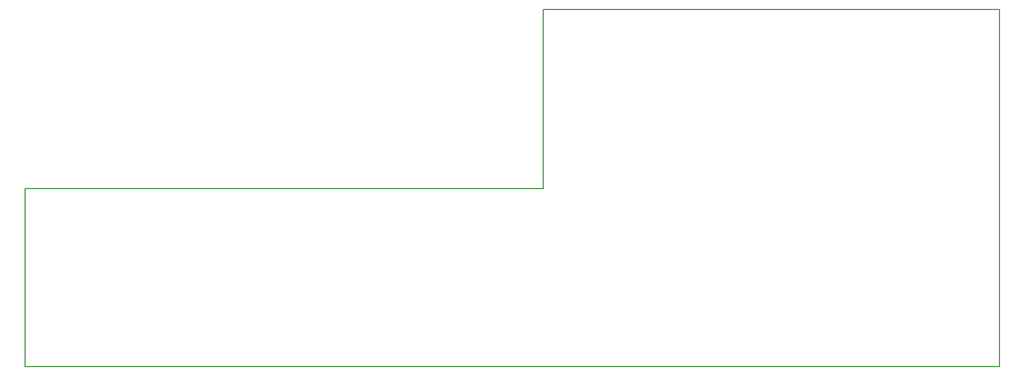
<source format=gko>
G04 DipTrace 3.0.0.1*
G04 Falc-eth.GKO*
%MOMM*%
G04 #@! TF.FileFunction,Profile*
G04 #@! TF.Part,Single*
%ADD11C,0.1524*%
%FSLAX35Y35*%
G04*
G71*
G90*
G75*
G01*
G04 BoardOutline*
%LPD*%
X1000760Y1000760D2*
D11*
Y3705860D1*
X8874760D1*
Y6436360D1*
X15808960D1*
Y1000760D1*
X1000760D1*
M02*

</source>
